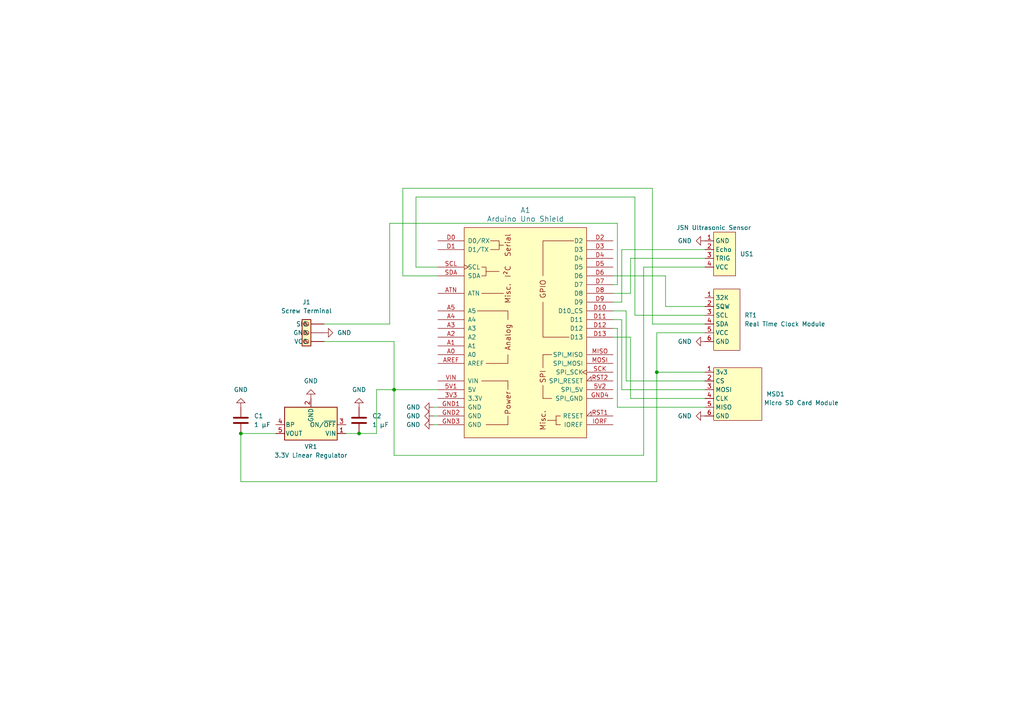
<source format=kicad_sch>
(kicad_sch (version 20230121) (generator eeschema)
  (paper "A4")
  (lib_symbols
    (symbol "Connector:Screw_Terminal_01x03" (pin_numbers hide) (pin_names (offset 1.016))
      (property "Reference" "J1" (at 0 -8.89 0))
      (property "Value" "Screw Terminal" (at 0 -6.35 0))
      (symbol "Screw_Terminal_01x03_1_1"
        (rectangle (start -1.27 3.81) (end 1.27 -3.81) (stroke (width 0.254)) (fill (type background)))
        (circle (center 0 -2.54) (radius 0.635) (stroke (width 0.1524)))
        (polyline (pts (xy -0.5334 -2.2098) (xy 0.3302 -3.048)) (stroke (width 0.1524)))
        (polyline (pts (xy -0.5334 0.3302) (xy 0.3302 -0.508)) (stroke (width 0.1524)))
        (polyline (pts (xy -0.5334 2.8702) (xy 0.3302 2.032)) (stroke (width 0.1524)))
        (polyline (pts (xy -0.3556 -2.032) (xy 0.508 -2.8702)) (stroke (width 0.1524)))
        (polyline (pts (xy -0.3556 0.508) (xy 0.508 -0.3302)) (stroke (width 0.1524)))
        (polyline (pts (xy -0.3556 3.048) (xy 0.508 2.2098)) (stroke (width 0.1524)))
        (circle (center 0 0) (radius 0.635) (stroke (width 0.1524)))
        (circle (center 0 2.54) (radius 0.635) (stroke (width 0.1524)))
        (pin passive line (at -5.08 2.54 0) (length 3.81) (name "VCC") (number "1"))
        (pin passive line (at -5.08 0 0) (length 3.81) (name "GND") (number "2"))
        (pin passive line (at -5.08 -2.54 0) (length 3.81) (name "SIG") (number "3"))
      )
    )
    (symbol "Device:C" (pin_numbers hide) (pin_names (offset 0.254))
      (property "Reference" "C" (at 0.635 2.54 0))
      (property "Value" "C" (at 0.635 -2.54 0))
      (symbol "C_0_1"
        (polyline (pts (xy -2.032 -0.762) (xy 2.032 -0.762)) (stroke (width 0.508)))
        (polyline (pts (xy -2.032 0.762) (xy 2.032 0.762)) (stroke (width 0.508)))
      )
      (symbol "C_1_1"
        (pin passive line (at 0 3.81 270) (length 2.794) (name "~") (number "1"))
        (pin passive line (at 0 -3.81 90) (length 2.794) (name "~") (number "2"))
      )
    )
    (symbol "New_Library:JSN_Ultrasonic_Sensor"
      (property "Reference" "US" (at -2.54 7.62 0))
      (symbol "JSN_Ultrasonic_Sensor_1_1"
        (rectangle (start -2.54 6.35) (end 3.81 -6.35) (fill (type background)))
        (pin bidirectional line (at -5.08 3.81 0) (length 2.54) (name "GND") (number "1"))
        (pin bidirectional line (at -5.08 1.27 0) (length 2.54) (name "Echo") (number "2"))
        (pin bidirectional line (at -5.08 -1.27 0) (length 2.54) (name "TRIG") (number "3"))
        (pin bidirectional line (at -5.08 -3.81 0) (length 2.54) (name "VCC") (number "4"))
      )
    )
    (symbol "New_Library:MicroSD_Module"
      (property "Reference" "MSD" (at 0 2.54 0))
      (symbol "MicroSD_Module_1_1"
        (rectangle (start 0 1.27) (end 13.97 -13.97) (fill (type background)))
        (pin bidirectional line (at -2.54 0 0) (length 2.54) (name "3v3") (number "1"))
        (pin bidirectional line (at -2.54 -2.54 0) (length 2.54) (name "CS") (number "2"))
        (pin bidirectional line (at -2.54 -5.08 0) (length 2.54) (name "MOSI") (number "3"))
        (pin bidirectional line (at -2.54 -7.62 0) (length 2.54) (name "CLK") (number "4"))
        (pin bidirectional line (at -2.54 -10.16 0) (length 2.54) (name "MISO") (number "5"))
        (pin bidirectional line (at -2.54 -12.7 0) (length 2.54) (name "GND") (number "6"))
      )
    )
    (symbol "New_Library:RTC_Module"
      (property "Reference" "RT" (at 3.81 2.54 0))
      (property "Value" "Real Time Clock Module" (at 0 0 0))
      (symbol "RTC_Module_1_1"
        (rectangle (start 0 1.27) (end 7.62 -16.51) (fill (type background)))
        (pin bidirectional line (at -2.54 -1.27 0) (length 2.54) (name "32K") (number "1"))
        (pin bidirectional line (at -2.54 -3.81 0) (length 2.54) (name "SQW") (number "2"))
        (pin bidirectional line (at -2.54 -6.35 0) (length 2.54) (name "SCL") (number "3"))
        (pin bidirectional line (at -2.54 -8.89 0) (length 2.54) (name "SDA") (number "4"))
        (pin bidirectional line (at -2.54 -11.43 0) (length 2.54) (name "VCC") (number "5"))
        (pin bidirectional line (at -2.54 -13.97 0) (length 2.54) (name "GND") (number "6"))
      )
    )
    (symbol "PCM_arduino-library:Arduino_101_Shield" (pin_names (offset 1.016))
      (property "Reference" "A" (at 0 36.83 0))
      (property "Value" "Arduino_101_Shield" (at 0 33.02 0))
      (symbol "Arduino_101_Shield_0_0"
        (rectangle (start -17.78 30.48) (end 17.78 -30.48) (fill (type background)))
        (rectangle (start -12.7 -13.97) (end -5.08 -13.97))
        (rectangle (start -11.43 -26.67) (end -5.08 -26.67))
        (polyline (pts (xy -11.43 17.78) (xy -7.62 17.78)))
        (polyline (pts (xy -7.62 25.4) (xy -6.35 25.4)))
        (polyline (pts (xy -6.35 11.43) (xy -12.7 11.43)))
        (polyline (pts (xy -5.08 -26.67) (xy -5.08 -24.13)))
        (polyline (pts (xy -5.08 -15.24) (xy -5.08 -16.51)))
        (polyline (pts (xy -5.08 -13.97) (xy -5.08 -15.24)))
        (polyline (pts (xy -5.08 -6.35) (xy -5.08 -8.89) (xy -11.43 -8.89)))
        (polyline (pts (xy -5.08 3.81) (xy -5.08 6.35) (xy -13.97 6.35)))
        (polyline (pts (xy 5.08 8.89) (xy 5.08 -1.27) (xy 12.7 -1.27)))
        (polyline (pts (xy 5.08 16.51) (xy 5.08 26.67) (xy 13.97 26.67)))
        (polyline (pts (xy -12.7 19.05) (xy -11.43 19.05) (xy -11.43 16.51) (xy -12.7 16.51)))
        (polyline (pts (xy -10.16 26.67) (xy -7.62 26.67) (xy -7.62 24.13) (xy -10.16 24.13)))
        (rectangle (start 5.08 -19.05) (end 5.08 -15.24))
        (rectangle (start 5.08 -19.05) (end 7.62 -19.05))
        (rectangle (start 5.08 -10.16) (end 5.08 -6.35))
        (rectangle (start 7.62 -6.35) (end 5.08 -6.35))
        (rectangle (start 8.89 -25.4) (end 6.35 -25.4))
        (rectangle (start 8.89 -24.13) (end 8.89 -26.67))
        (rectangle (start 10.16 -26.67) (end 8.89 -26.67))
        (rectangle (start 10.16 -24.13) (end 8.89 -24.13))
        (text "Analog" (at -5.08 -1.27 900) (effects (font (size 1.524 1.524))))
        (text "I²C" (at -5.08 17.78 900) (effects (font (size 1.524 1.524))))
        (text "Misc." (at -5.08 11.43 900) (effects (font (size 1.524 1.524))))
        (text "Misc." (at 5.08 -25.4 900) (effects (font (size 1.524 1.524))))
        (text "Power" (at -5.08 -20.32 900) (effects (font (size 1.524 1.524))))
        (text "Serial" (at -5.08 25.4 900) (effects (font (size 1.524 1.524))))
        (text "SPI" (at 5.08 -12.7 900) (effects (font (size 1.524 1.524))))
      )
      (symbol "Arduino_101_Shield_1_0"
        (text "GPIO" (at 5.08 12.7 900) (effects (font (size 1.524 1.524))))
      )
      (symbol "Arduino_101_Shield_1_1"
        (pin power_out line (at -25.4 -19.05 0) (length 7.62) (name "3.3V") (number "3V3"))
        (pin power_in line (at -25.4 -16.51 0) (length 7.62) (name "5V") (number "5V1"))
        (pin power_in line (at 25.4 -16.51 180) (length 7.62) (name "SPI_5V") (number "5V2"))
        (pin bidirectional line (at -25.4 -6.35 0) (length 7.62) (name "A0") (number "A0"))
        (pin bidirectional line (at -25.4 -3.81 0) (length 7.62) (name "A1") (number "A1"))
        (pin bidirectional line (at -25.4 -1.27 0) (length 7.62) (name "A2") (number "A2"))
        (pin bidirectional line (at -25.4 1.27 0) (length 7.62) (name "A3") (number "A3"))
        (pin bidirectional line (at -25.4 3.81 0) (length 7.62) (name "A4") (number "A4"))
        (pin bidirectional line (at -25.4 6.35 0) (length 7.62) (name "A5") (number "A5"))
        (pin input line (at -25.4 -8.89 0) (length 7.62) (name "AREF") (number "AREF"))
        (pin bidirectional line (at -25.4 11.43 0) (length 7.62) (name "ATN") (number "ATN"))
        (pin bidirectional line (at -25.4 26.67 0) (length 7.62) (name "D0/RX") (number "D0"))
        (pin bidirectional line (at -25.4 24.13 0) (length 7.62) (name "D1/TX") (number "D1"))
        (pin bidirectional line (at 25.4 6.35 180) (length 7.62) (name "D10_CS") (number "D10"))
        (pin bidirectional line (at 25.4 3.81 180) (length 7.62) (name "D11") (number "D11"))
        (pin bidirectional line (at 25.4 1.27 180) (length 7.62) (name "D12") (number "D12"))
        (pin bidirectional line (at 25.4 -1.27 180) (length 7.62) (name "D13") (number "D13"))
        (pin bidirectional line (at 25.4 26.67 180) (length 7.62) (name "D2") (number "D2"))
        (pin bidirectional line (at 25.4 24.13 180) (length 7.62) (name "D3") (number "D3"))
        (pin bidirectional line (at 25.4 21.59 180) (length 7.62) (name "D4") (number "D4"))
        (pin bidirectional line (at 25.4 19.05 180) (length 7.62) (name "D5") (number "D5"))
        (pin bidirectional line (at 25.4 16.51 180) (length 7.62) (name "D6") (number "D6"))
        (pin bidirectional line (at 25.4 13.97 180) (length 7.62) (name "D7") (number "D7"))
        (pin bidirectional line (at 25.4 11.43 180) (length 7.62) (name "D8") (number "D8"))
        (pin bidirectional line (at 25.4 8.89 180) (length 7.62) (name "D9") (number "D9"))
        (pin power_in line (at -25.4 -21.59 0) (length 7.62) (name "GND") (number "GND1"))
        (pin power_in line (at -25.4 -24.13 0) (length 7.62) (name "GND") (number "GND2"))
        (pin power_in line (at -25.4 -26.67 0) (length 7.62) (name "GND") (number "GND3"))
        (pin power_in line (at 25.4 -19.05 180) (length 7.62) (name "SPI_GND") (number "GND4"))
        (pin output line (at 25.4 -26.67 180) (length 7.62) (name "IOREF") (number "IORF"))
        (pin input line (at 25.4 -6.35 180) (length 7.62) (name "SPI_MISO") (number "MISO"))
        (pin output line (at 25.4 -8.89 180) (length 7.62) (name "SPI_MOSI") (number "MOSI"))
        (pin open_collector input_low (at 25.4 -24.13 180) (length 7.62) (name "RESET") (number "RST1"))
        (pin open_collector input_low (at 25.4 -13.97 180) (length 7.62) (name "SPI_RESET") (number "RST2"))
        (pin output clock (at 25.4 -11.43 180) (length 7.62) (name "SPI_SCK") (number "SCK"))
        (pin bidirectional clock (at -25.4 19.05 0) (length 7.62) (name "SCL") (number "SCL"))
        (pin bidirectional line (at -25.4 16.51 0) (length 7.62) (name "SDA") (number "SDA"))
        (pin power_in line (at -25.4 -13.97 0) (length 7.62) (name "VIN") (number "VIN"))
      )
    )
    (symbol "Regulator_Linear:TC2014-3.3VxCTTR" (pin_names (offset 0.254))
      (property "Reference" "U" (at -6.35 5.715 0))
      (property "Value" "TC2014-3.3VxCTTR" (at 0 5.715 0))
      (symbol "TC2014-3.3VxCTTR_0_1"
        (rectangle (start -7.62 -5.08) (end 7.62 4.445) (stroke (width 0.254)) (fill (type background)))
      )
      (symbol "TC2014-3.3VxCTTR_1_1"
        (pin power_in line (at -10.16 2.54 0) (length 2.54) (name "VIN") (number "1"))
        (pin power_in line (at 0 -7.62 90) (length 2.54) (name "GND") (number "2"))
        (pin input line (at -10.16 0 0) (length 2.54) (name "ON/~{OFF}") (number "3"))
        (pin input line (at 10.16 0 180) (length 2.54) (name "BP") (number "4"))
        (pin power_out line (at 10.16 2.54 180) (length 2.54) (name "VOUT") (number "5"))
      )
    )
    (symbol "power:GND" (power) (pin_names (offset 0))
      (property "Value" "GND" (at 0 -3.81 0))
      (symbol "GND_0_1"
        (polyline (pts (xy 0 0) (xy 0 -1.27) (xy 1.27 -1.27) (xy 0 -2.54) (xy -1.27 -1.27) (xy 0 -1.27)))
      )
      (symbol "GND_1_1"
        (pin power_in line (at 0 0 270) (length 0) hide (name "GND") (number "1"))
      )
    )
  )
  (junction (at 104.14 125.73))
  (junction (at 190.5 107.95))
  (junction (at 69.85 125.73))
  (junction (at 114.3 113.03))
  (wire (pts (xy 204.47 88.9) (xy 193.04 88.9)))
  (wire (pts (xy 180.34 87.63) (xy 177.8 87.63)))
  (wire (pts (xy 69.85 125.73) (xy 69.85 139.7)))
  (wire (pts (xy 204.47 115.57) (xy 182.88 115.57)))
  (wire (pts (xy 179.07 95.25) (xy 177.8 95.25)))
  (wire (pts (xy 180.34 113.03) (xy 180.34 92.71)))
  (wire (pts (xy 181.61 110.49) (xy 204.47 110.49)))
  (wire (pts (xy 182.88 74.93) (xy 204.47 74.93)))
  (wire (pts (xy 190.5 107.95) (xy 204.47 107.95)))
  (wire (pts (xy 109.22 113.03) (xy 114.3 113.03)))
  (wire (pts (xy 204.47 91.44) (xy 184.15 91.44)))
  (wire (pts (xy 93.98 93.98) (xy 113.03 93.98)))
  (wire (pts (xy 69.85 139.7) (xy 190.5 139.7)))
  (wire (pts (xy 179.07 118.11) (xy 179.07 95.25)))
  (wire (pts (xy 193.04 80.01) (xy 177.8 80.01)))
  (wire (pts (xy 184.15 91.44) (xy 184.15 57.15)))
  (wire (pts (xy 181.61 110.49) (xy 181.61 90.17)))
  (wire (pts (xy 113.03 93.98) (xy 113.03 64.77)))
  (wire (pts (xy 114.3 132.08) (xy 114.3 113.03)))
  (wire (pts (xy 184.15 57.15) (xy 120.65 57.15)))
  (wire (pts (xy 204.47 77.47) (xy 186.69 77.47)))
  (wire (pts (xy 93.98 99.06) (xy 114.3 99.06)))
  (wire (pts (xy 193.04 88.9) (xy 193.04 80.01)))
  (wire (pts (xy 190.5 107.95) (xy 190.5 139.7)))
  (wire (pts (xy 189.23 93.98) (xy 189.23 54.61)))
  (wire (pts (xy 114.3 113.03) (xy 127 113.03)))
  (wire (pts (xy 114.3 99.06) (xy 114.3 113.03)))
  (wire (pts (xy 125.73 120.65) (xy 127 120.65)))
  (wire (pts (xy 204.47 113.03) (xy 180.34 113.03)))
  (wire (pts (xy 179.07 64.77) (xy 179.07 82.55)))
  (wire (pts (xy 182.88 85.09) (xy 182.88 74.93)))
  (wire (pts (xy 182.88 97.79) (xy 177.8 97.79)))
  (wire (pts (xy 113.03 64.77) (xy 179.07 64.77)))
  (wire (pts (xy 120.65 57.15) (xy 120.65 77.47)))
  (wire (pts (xy 204.47 118.11) (xy 179.07 118.11)))
  (wire (pts (xy 186.69 132.08) (xy 114.3 132.08)))
  (wire (pts (xy 180.34 92.71) (xy 177.8 92.71)))
  (wire (pts (xy 116.84 80.01) (xy 127 80.01)))
  (wire (pts (xy 180.34 72.39) (xy 180.34 87.63)))
  (wire (pts (xy 179.07 82.55) (xy 177.8 82.55)))
  (wire (pts (xy 182.88 115.57) (xy 182.88 97.79)))
  (wire (pts (xy 204.47 72.39) (xy 180.34 72.39)))
  (wire (pts (xy 186.69 77.47) (xy 186.69 132.08)))
  (wire (pts (xy 125.73 118.11) (xy 127 118.11)))
  (wire (pts (xy 100.33 125.73) (xy 104.14 125.73)))
  (wire (pts (xy 190.5 96.52) (xy 190.5 107.95)))
  (wire (pts (xy 181.61 90.17) (xy 177.8 90.17)))
  (wire (pts (xy 116.84 54.61) (xy 116.84 80.01)))
  (wire (pts (xy 204.47 93.98) (xy 189.23 93.98)))
  (wire (pts (xy 69.85 125.73) (xy 80.01 125.73)))
  (wire (pts (xy 177.8 85.09) (xy 182.88 85.09)))
  (wire (pts (xy 204.47 96.52) (xy 190.5 96.52)))
  (wire (pts (xy 120.65 77.47) (xy 127 77.47)))
  (wire (pts (xy 116.84 54.61) (xy 189.23 54.61)))
  (wire (pts (xy 104.14 125.73) (xy 109.22 125.73)))
  (wire (pts (xy 109.22 125.73) (xy 109.22 113.03)))
  (wire (pts (xy 125.73 123.19) (xy 127 123.19)))
  (symbol (lib_id "power:GND") (at 90.17 115.57 180) (unit 1)
    (property "Reference" "#PWR07" (effects hide))
    (property "Value" "GND" (at 90.17 110.49 0))
  )
  (symbol (lib_id "New_Library:MicroSD_Module") (at 207.01 107.95 0) (unit 1)
    (property "Reference" "MSD1" (at 222.25 114.3 0) (effects (justify left)))
    (property "Value" "Micro SD Card Module" (at 232.41 116.84 0))
    (property "Footprint" "Connector_PinSocket_2.54mm:PinSocket_1x06_P2.54mm_Vertical" (effects hide))
    (property "Datasheet" "https://www.amazon.com/Storage-Expansion-Memory-Shield-Adapter/dp/B0B5H3421M/ref=sr_1_15?crid=3JQ0S7KXVQ2C3&dib=eyJ2IjoiMSJ9.aWM2MrxhONxxTLmTiowiAHwM0X7iGeoSREJd208zw7UoxgwQGHk3YP7eQUYAL5cfbxtTwCgmMn6tTrmhh7xvOxIOcf14v9BQ06dbaPiVIU0-_I88gpsP6DJv4st18n0EUtLDaHWuk8TCPTGTBFJbqdsbWWnMNc-mcdsPyIq7Xk3w-P49q_qGlo3nY2jCOp31856y4yi_4CMANaeiXH3cXanjrQ7g3_XKSuiY77RZ3tk.QlkTsgfm6wpibJl9NN3QmjScLtF4v6BHleNaq0u_uX8&dib_tag=se&keywords=micro+sd+module&qid=1715805698&sprefix=micro+sd+module%2Caps%2C135&sr=8-15" (effects hide))
  )
  (symbol (lib_id "power:GND") (at 125.73 120.65 270) (unit 1)
    (property "Reference" "#PWR02" (effects hide))
    (property "Value" "GND" (at 121.92 120.65 90) (effects (justify right)))
  )
  (symbol (lib_id "PCM_arduino-library:Arduino_101_Shield") (at 152.4 96.52 0) (unit 1)
    (property "Reference" "A1" (at 152.4 60.96 0) (effects (font (size 1.524 1.524))))
    (property "Value" "Arduino Uno Shield" (at 152.4 63.5 0) (effects (font (size 1.524 1.524))))
    (property "Footprint" "PCM_arduino-library:Arduino_101_Shield" (effects hide))
    (property "Datasheet" "https://docs.arduino.cc/retired/boards/arduino-101-619" (effects hide))
  )
  (symbol (lib_id "New_Library:RTC_Module") (at 207.01 85.09 0) (unit 1)
    (property "Reference" "RT1" (at 215.9 91.44 0) (effects (justify left)))
    (property "Value" "Real Time Clock Module" (at 215.9 93.98 0) (effects (justify left)))
    (property "Footprint" "Connector_PinSocket_2.54mm:PinSocket_1x06_P2.54mm_Vertical" (effects hide))
    (property "Datasheet" "https://www.amazon.com/AITRIP-Precision-AT24C32-Arduino-Raspberry/dp/B09KPC8JZQ/ref=sr_1_5?crid=4D03STVQQL7F&dib=eyJ2IjoiMSJ9.qqJt-2mMAcVqGpLPldhfevh42VSx7JOs4BP-yEowC6PdKMhy906N1qhrnyecJKvHnSvLvnfI1EWQpG7dvVcjgXcYk-ES3vddwfzDGkDfCpIx5c65AHqABFZDwMj2KhmIYdiwr4JT6OoQ7yUtjOpEDaXZrka9D06cdmIDkoj42sYsRhxd9qefVc9rCxQ4TwldEJy8xeVf8fRvcEVMkWdQ5v2l5eozEyuMCiwTVGAzKyf24W6lnlk1nHLuDdiI0HIBzeFrwQ8PPs5-JROmvtVLAM6VvWcJ2HxzTsQuOk0zW5Q.qsFXJdeYI6B4zYlLny2oyjF4elfveSuxqxA1lTtTjLg&dib_tag=se&keywords=real+time+clock+module&qid=1715805667&sprefix=real+time+clock+%2Caps%2C92&sr=8-5" (effects hide))
  )
  (symbol (lib_id "power:GND") (at 104.14 118.11 180) (unit 1)
    (property "Reference" "#PWR010" (effects hide))
    (property "Value" "GND" (at 104.14 113.03 0))
  )
  (symbol (lib_id "power:GND") (at 204.47 99.06 270) (unit 1)
    (property "Reference" "#PWR05" (effects hide))
    (property "Value" "GND" (at 200.66 99.06 90) (effects (justify right)))
  )
  (symbol (lib_id "Connector:Screw_Terminal_01x03") (at 88.9 96.52 180) (unit 1)
    (property "Reference" "J1" (at 88.9 87.63 0))
    (property "Value" "Screw Terminal" (at 88.9 90.17 0))
    (property "Footprint" "TerminalBlock_Phoenix:TerminalBlock_Phoenix_MKDS-1,5-3-5.08_1x03_P5.08mm_Horizontal" (effects hide))
    (property "Datasheet" "https://www.te.com/usa-en/product-282837-3.datasheet.pdf" (effects hide))
  )
  (symbol (lib_id "New_Library:JSN_Ultrasonic_Sensor") (at 209.55 73.66 0) (unit 1)
    (property "Reference" "US1" (at 214.63 73.66 0) (effects (justify left)))
    (property "Value" "JSN Ultrasonic Sensor" (at 207.01 66.04 0))
    (property "Footprint" "Connector_PinSocket_2.54mm:PinSocket_1x04_P2.54mm_Vertical" (effects hide))
    (property "Datasheet" "https://www.amazon.com/Integrated-Transducer-Ultrasonic-Waterproof-JSN-SR04T-V3-0/dp/B0C73XZRFQ/ref=sr_1_5?crid=1TDMFNPDOKKWV&dib=eyJ2IjoiMSJ9.jw9vOSKmx9waVrrkvvyxUFh-j28wWkdgTf5lj0uWDXv7dPDCuC0LpM7GLcN7MU0MC6BDEf1AlqIlARzEZteqH9agBhN3piPkhXB0r37bjnMzvdWS0_WHUQKjyhsbys8TFiK-CziS4l2vrtSHWq3ixZ4F1s_FgjLdOdiRe1oky8my4CvVcTgnEYwUmoWWoos_GqsrBTGotNK5K9GvaY5rzOyr2-D0mKKXhVUUIpS0m2Q.A7R0GHPfq9-P0I4uTjP2HBB_am6LRJ--oEN_oxrjmz0&dib_tag=se&keywords=jsn+sr04t+ultrasonic+sensor&qid=1715805433&sprefix=jsn+ultra%2Caps%2C117&sr=8-5" (effects hide))
  )
  (symbol (lib_id "Device:C") (at 104.14 121.92 0) (unit 1)
    (property "Reference" "C2" (at 107.95 120.65 0) (effects (justify left)))
    (property "Value" "1 μF" (at 107.95 123.19 0) (effects (justify left)))
    (property "Footprint" "Capacitor_SMD:C_1206_3216Metric" (effects hide))
  )
  (symbol (lib_id "power:GND") (at 125.73 123.19 270) (unit 1)
    (property "Reference" "#PWR03" (effects hide))
    (property "Value" "GND" (at 121.92 123.19 90) (effects (justify right)))
  )
  (symbol (lib_id "power:GND") (at 69.85 118.11 180) (unit 1)
    (property "Reference" "#PWR09" (effects hide))
    (property "Value" "GND" (at 69.85 113.03 0))
  )
  (symbol (lib_id "power:GND") (at 93.98 96.52 90) (unit 1)
    (property "Reference" "#PWR08" (effects hide))
    (property "Value" "GND" (at 97.79 96.52 90) (effects (justify right)))
  )
  (symbol (lib_id "power:GND") (at 204.47 69.85 270) (unit 1)
    (property "Reference" "#PWR04" (effects hide))
    (property "Value" "GND" (at 200.66 69.85 90) (effects (justify right)))
  )
  (symbol (lib_id "power:GND") (at 204.47 120.65 270) (unit 1)
    (property "Reference" "#PWR06" (effects hide))
    (property "Value" "GND" (at 200.66 120.65 90) (effects (justify right)))
  )
  (symbol (lib_id "Regulator_Linear:TC2014-3.3VxCTTR") (at 90.17 123.19 180) (unit 1)
    (property "Reference" "VR1" (at 90.17 129.54 0))
    (property "Value" "3.3V Linear Regulator" (at 90.17 132.08 0))
    (property "Footprint" "Package_TO_SOT_SMD:SOT-23-5" (effects hide))
    (property "Datasheet" "https://www.ti.com/lit/ds/symlink/tlv755p.pdf?HQS=dis-dk-null-digikeymode-dsf-pf-null-wwe&ts=1715802104950&ref_url=https%253A%252F%252Fwww.ti.com%252Fgeneral%252Fdocs%252Fsuppproductinfo.tsp%253FdistId%253D10%2526gotoUrl%253Dhttps%253A%252F%252Fwww.ti.com%252Flit%252Fgpn%252Ftlv755p" (effects hide))
  )
  (symbol (lib_id "Device:C") (at 69.85 121.92 0) (unit 1)
    (property "Reference" "C1" (at 73.66 120.65 0) (effects (justify left)))
    (property "Value" "1 μF" (at 73.66 123.19 0) (effects (justify left)))
    (property "Footprint" "Capacitor_SMD:C_1206_3216Metric" (effects hide))
  )
  (symbol (lib_id "power:GND") (at 125.73 118.11 270) (unit 1)
    (property "Reference" "#PWR01" (effects hide))
    (property "Value" "GND" (at 121.92 118.11 90) (effects (justify right)))
  )
)
</source>
